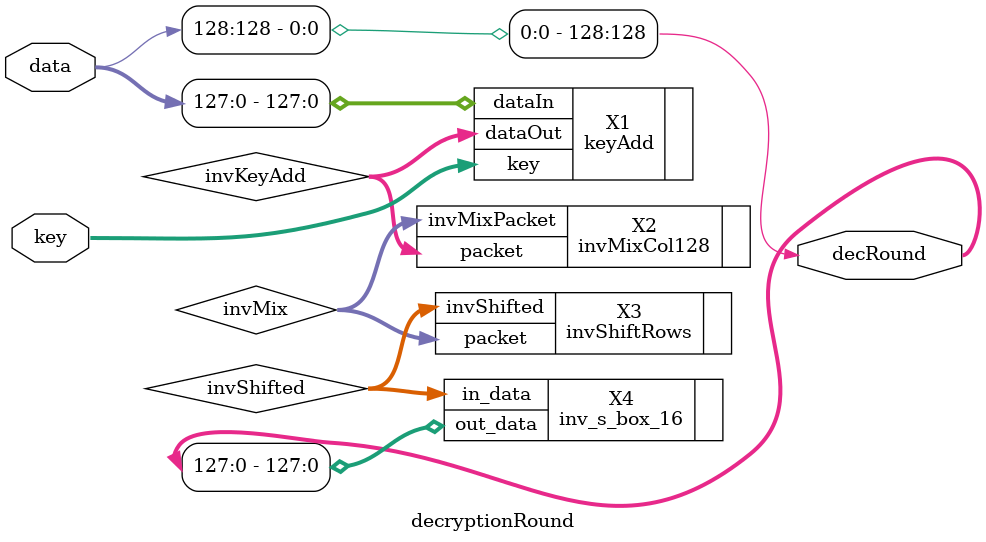
<source format=sv>
`timescale 1ns / 100ps

module decryptionRound
(
	input logic [127:0] key,
	input logic [128:0] data,
	output logic [128:0] decRound
);

logic [127:0] invShifted;
logic [127:0] invMix;
logic [127:0] invKeyAdd;

keyAdd X1
(
	.key(key),
	.dataIn(data[127:0]),
	.dataOut(invKeyAdd)
);

invMixCol128 X2
(
	.packet(invKeyAdd),
	.invMixPacket(invMix)
);

invShiftRows X3
(
	.packet(invMix),
	.invShifted(invShifted)
);

inv_s_box_16 X4
(
	.in_data(invShifted),
	.out_data(decRound[127:0])
);

assign decRound[128] = data[128];

/*
invShiftRows X1
(
	.packet(data),
	.invShifted(invShifted)
);

inv_s_box_16 X2
(
	.in_data(invShifted),
	.out_data(invByteSub)
);

keyAdd X3
(
	.key(key),
	.dataIn(invByteSub),
	.dataOut(invKeyAdd)
);

invMixCol128 X4
(
	.packet(invKeyAdd),
	.invMixPacket(decRound)
);
*/

endmodule

</source>
